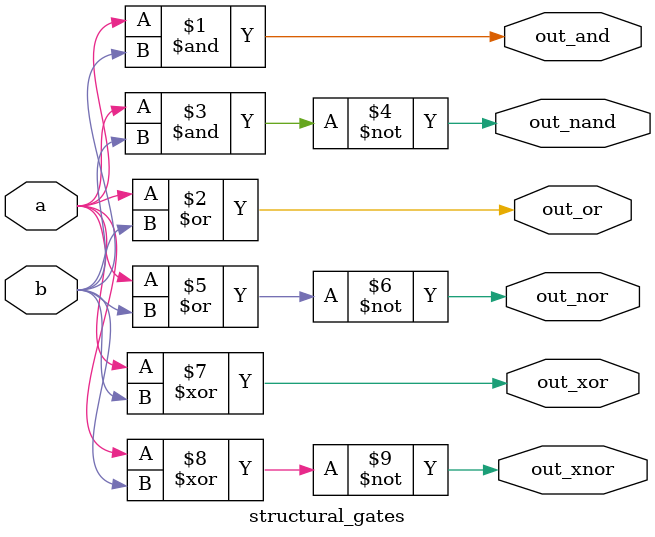
<source format=v>
`timescale 1ns / 1ps


module structural_gates(
    input a,
    input b,
    output out_and,out_or,out_nand,out_nor,out_xor,out_xnor
    );
    assign out_and = a&b;
    assign out_or = a|b;
    assign out_nand = ~(a&b);
    assign out_nor = ~(a|b);
    assign out_xor = a^b;
    assign out_xnor = ~(a^b);
endmodule

</source>
